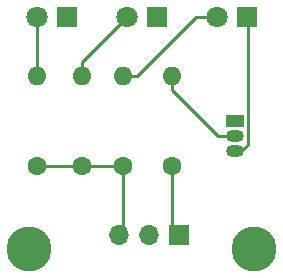
<source format=gbr>
%TF.GenerationSoftware,KiCad,Pcbnew,7.0.1*%
%TF.CreationDate,2023-04-09T02:19:27+02:00*%
%TF.ProjectId,PCB_hello_world,5043425f-6865-46c6-9c6f-5f776f726c64,rev?*%
%TF.SameCoordinates,Original*%
%TF.FileFunction,Copper,L1,Top*%
%TF.FilePolarity,Positive*%
%FSLAX46Y46*%
G04 Gerber Fmt 4.6, Leading zero omitted, Abs format (unit mm)*
G04 Created by KiCad (PCBNEW 7.0.1) date 2023-04-09 02:19:27*
%MOMM*%
%LPD*%
G01*
G04 APERTURE LIST*
%TA.AperFunction,ComponentPad*%
%ADD10C,1.600000*%
%TD*%
%TA.AperFunction,ComponentPad*%
%ADD11O,1.600000X1.600000*%
%TD*%
%TA.AperFunction,ComponentPad*%
%ADD12R,1.800000X1.800000*%
%TD*%
%TA.AperFunction,ComponentPad*%
%ADD13C,1.800000*%
%TD*%
%TA.AperFunction,ComponentPad*%
%ADD14C,2.600000*%
%TD*%
%TA.AperFunction,ConnectorPad*%
%ADD15C,3.800000*%
%TD*%
%TA.AperFunction,ComponentPad*%
%ADD16R,1.500000X1.050000*%
%TD*%
%TA.AperFunction,ComponentPad*%
%ADD17O,1.500000X1.050000*%
%TD*%
%TA.AperFunction,ComponentPad*%
%ADD18R,1.700000X1.700000*%
%TD*%
%TA.AperFunction,ComponentPad*%
%ADD19O,1.700000X1.700000*%
%TD*%
%TA.AperFunction,Conductor*%
%ADD20C,0.250000*%
%TD*%
G04 APERTURE END LIST*
D10*
%TO.P,R4,1*%
%TO.N,/SIG_5*%
X149860000Y-116205000D03*
D11*
%TO.P,R4,2*%
%TO.N,Net-(Q1-G)*%
X149860000Y-108585000D03*
%TD*%
D10*
%TO.P,R3,1*%
%TO.N,/5V*%
X145775000Y-116205000D03*
D11*
%TO.P,R3,2*%
%TO.N,Net-(D3-A)*%
X145775000Y-108585000D03*
%TD*%
D10*
%TO.P,R2,1*%
%TO.N,/5V*%
X142240000Y-116205000D03*
D11*
%TO.P,R2,2*%
%TO.N,Net-(D2-A)*%
X142240000Y-108585000D03*
%TD*%
D10*
%TO.P,R1,1*%
%TO.N,/5V*%
X138430000Y-116205000D03*
D11*
%TO.P,R1,2*%
%TO.N,Net-(D1-A)*%
X138430000Y-108585000D03*
%TD*%
D12*
%TO.P,D3,1,K*%
%TO.N,Net-(D1-K)*%
X156215000Y-103535000D03*
D13*
%TO.P,D3,2,A*%
%TO.N,Net-(D3-A)*%
X153675000Y-103535000D03*
%TD*%
D14*
%TO.P,H1,1*%
%TO.N,N/C*%
X137795000Y-123190000D03*
D15*
X137795000Y-123190000D03*
%TD*%
D16*
%TO.P,Q1,1,S*%
%TO.N,/GND*%
X155215000Y-112395000D03*
D17*
%TO.P,Q1,2,G*%
%TO.N,Net-(Q1-G)*%
X155215000Y-113665000D03*
%TO.P,Q1,3,D*%
%TO.N,Net-(D1-K)*%
X155215000Y-114935000D03*
%TD*%
D18*
%TO.P,J1,1,Pin_1*%
%TO.N,/SIG_5*%
X150480000Y-121990000D03*
D19*
%TO.P,J1,2,Pin_2*%
%TO.N,/GND*%
X147940000Y-121990000D03*
%TO.P,J1,3,Pin_3*%
%TO.N,/5V*%
X145400000Y-121990000D03*
%TD*%
D12*
%TO.P,D1,1,K*%
%TO.N,Net-(D1-K)*%
X140975000Y-103535000D03*
D13*
%TO.P,D1,2,A*%
%TO.N,Net-(D1-A)*%
X138435000Y-103535000D03*
%TD*%
D12*
%TO.P,D2,1,K*%
%TO.N,Net-(D1-K)*%
X148595000Y-103535000D03*
D13*
%TO.P,D2,2,A*%
%TO.N,Net-(D2-A)*%
X146055000Y-103535000D03*
%TD*%
D14*
%TO.P,H2,1*%
%TO.N,N/C*%
X156845000Y-123190000D03*
D15*
X156845000Y-123190000D03*
%TD*%
D20*
%TO.N,/SIG_5*%
X149860000Y-116205000D02*
X149860000Y-121370000D01*
X149860000Y-121370000D02*
X150480000Y-121990000D01*
%TO.N,Net-(Q1-G)*%
X149860000Y-109716370D02*
X149860000Y-108585000D01*
X153808630Y-113665000D02*
X149860000Y-109716370D01*
X155215000Y-113665000D02*
X153808630Y-113665000D01*
%TO.N,Net-(D3-A)*%
X151956370Y-103535000D02*
X153675000Y-103535000D01*
X145775000Y-108585000D02*
X146906370Y-108585000D01*
X146906370Y-108585000D02*
X151956370Y-103535000D01*
%TO.N,Net-(D2-A)*%
X142240000Y-107350000D02*
X146055000Y-103535000D01*
X142240000Y-108585000D02*
X142240000Y-107350000D01*
%TO.N,Net-(D1-A)*%
X138430000Y-108585000D02*
X138430000Y-103540000D01*
X138430000Y-103540000D02*
X138435000Y-103535000D01*
%TO.N,Net-(D1-K)*%
X156290000Y-114410000D02*
X155765000Y-114935000D01*
X156290000Y-103610000D02*
X156290000Y-114410000D01*
X155765000Y-114935000D02*
X155215000Y-114935000D01*
%TO.N,/5V*%
X142240000Y-116205000D02*
X145775000Y-116205000D01*
X138430000Y-116205000D02*
X142240000Y-116205000D01*
X145775000Y-116205000D02*
X145775000Y-121615000D01*
X145775000Y-121615000D02*
X145400000Y-121990000D01*
%TD*%
M02*

</source>
